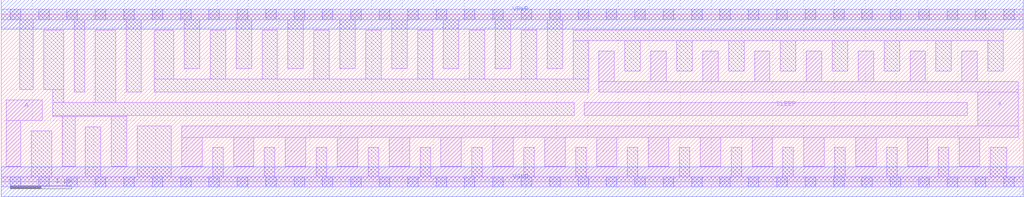
<source format=lef>
# Copyright 2020 The SkyWater PDK Authors
#
# Licensed under the Apache License, Version 2.0 (the "License");
# you may not use this file except in compliance with the License.
# You may obtain a copy of the License at
#
#     https://www.apache.org/licenses/LICENSE-2.0
#
# Unless required by applicable law or agreed to in writing, software
# distributed under the License is distributed on an "AS IS" BASIS,
# WITHOUT WARRANTIES OR CONDITIONS OF ANY KIND, either express or implied.
# See the License for the specific language governing permissions and
# limitations under the License.
#
# SPDX-License-Identifier: Apache-2.0

VERSION 5.7 ;
  NAMESCASESENSITIVE ON ;
  NOWIREEXTENSIONATPIN ON ;
  DIVIDERCHAR "/" ;
  BUSBITCHARS "[]" ;
UNITS
  DATABASE MICRONS 200 ;
END UNITS
MACRO sky130_fd_sc_hd__lpflow_isobufsrc_16
  CLASS CORE ;
  FOREIGN sky130_fd_sc_hd__lpflow_isobufsrc_16 ;
  ORIGIN  0.000000  0.000000 ;
  SIZE  16.56000 BY  2.720000 ;
  SYMMETRY X Y R90 ;
  SITE unithd ;
  PIN A
    ANTENNAGATEAREA  0.990000 ;
    DIRECTION INPUT ;
    USE SIGNAL ;
    PORT
      LAYER li1 ;
        RECT 0.085000 0.255000 0.315000 0.995000 ;
        RECT 0.085000 0.995000 0.665000 1.325000 ;
    END
  END A
  PIN SLEEP
    ANTENNAGATEAREA  3.960000 ;
    DIRECTION INPUT ;
    USE SIGNAL ;
    PORT
      LAYER li1 ;
        RECT 9.450000 1.075000 15.650000 1.285000 ;
    END
  END SLEEP
  PIN X
    ANTENNADIFFAREA  4.968000 ;
    DIRECTION OUTPUT ;
    USE SIGNAL ;
    PORT
      LAYER li1 ;
        RECT  2.925000 0.255000  3.255000 0.725000 ;
        RECT  2.925000 0.725000 16.475000 0.905000 ;
        RECT  3.765000 0.255000  4.095000 0.725000 ;
        RECT  4.605000 0.255000  4.935000 0.725000 ;
        RECT  5.445000 0.255000  5.775000 0.725000 ;
        RECT  6.285000 0.255000  6.615000 0.725000 ;
        RECT  7.125000 0.255000  7.455000 0.725000 ;
        RECT  7.965000 0.255000  8.295000 0.725000 ;
        RECT  8.805000 0.255000  9.135000 0.725000 ;
        RECT  9.645000 0.255000  9.975000 0.725000 ;
        RECT  9.685000 1.455000 16.475000 1.625000 ;
        RECT  9.685000 1.625000  9.935000 2.125000 ;
        RECT 10.485000 0.255000 10.815000 0.725000 ;
        RECT 10.525000 1.625000 10.775000 2.125000 ;
        RECT 11.325000 0.255000 11.655000 0.725000 ;
        RECT 11.365000 1.625000 11.615000 2.125000 ;
        RECT 12.165000 0.255000 12.495000 0.725000 ;
        RECT 12.205000 1.625000 12.455000 2.125000 ;
        RECT 13.005000 0.255000 13.335000 0.725000 ;
        RECT 13.045000 1.625000 13.295000 2.125000 ;
        RECT 13.845000 0.255000 14.175000 0.725000 ;
        RECT 13.885000 1.625000 14.135000 2.125000 ;
        RECT 14.685000 0.255000 15.015000 0.725000 ;
        RECT 14.725000 1.625000 14.975000 2.125000 ;
        RECT 15.525000 0.255000 15.855000 0.725000 ;
        RECT 15.565000 1.625000 15.815000 2.125000 ;
        RECT 15.820000 0.905000 16.475000 1.455000 ;
    END
  END X
  PIN VGND
    DIRECTION INOUT ;
    SHAPE ABUTMENT ;
    USE GROUND ;
    PORT
      LAYER met1 ;
        RECT 0.000000 -0.240000 16.560000 0.240000 ;
    END
  END VGND
  PIN VPWR
    DIRECTION INOUT ;
    SHAPE ABUTMENT ;
    USE POWER ;
    PORT
      LAYER met1 ;
        RECT 0.000000 2.480000 16.560000 2.960000 ;
    END
  END VPWR
  OBS
    LAYER li1 ;
      RECT  0.000000 -0.085000 16.560000 0.085000 ;
      RECT  0.000000  2.635000 16.560000 2.805000 ;
      RECT  0.300000  1.495000  0.515000 2.635000 ;
      RECT  0.485000  0.085000  0.815000 0.825000 ;
      RECT  0.685000  1.495000  1.015000 2.465000 ;
      RECT  0.835000  1.065000  2.035000 1.075000 ;
      RECT  0.835000  1.075000  9.280000 1.285000 ;
      RECT  0.835000  1.285000  1.015000 1.495000 ;
      RECT  0.985000  0.255000  1.195000 1.065000 ;
      RECT  1.185000  1.455000  1.355000 2.635000 ;
      RECT  1.365000  0.085000  1.615000 0.895000 ;
      RECT  1.525000  1.285000  1.855000 2.465000 ;
      RECT  1.785000  0.255000  2.035000 1.065000 ;
      RECT  2.025000  1.455000  2.270000 2.635000 ;
      RECT  2.205000  0.085000  2.755000 0.905000 ;
      RECT  2.475000  1.455000  9.515000 1.665000 ;
      RECT  2.475000  1.665000  2.795000 2.465000 ;
      RECT  2.965000  1.835000  3.215000 2.635000 ;
      RECT  3.385000  1.665000  3.635000 2.465000 ;
      RECT  3.425000  0.085000  3.595000 0.555000 ;
      RECT  3.805000  1.835000  4.055000 2.635000 ;
      RECT  4.225000  1.665000  4.475000 2.465000 ;
      RECT  4.265000  0.085000  4.435000 0.555000 ;
      RECT  4.645000  1.835000  4.895000 2.635000 ;
      RECT  5.065000  1.665000  5.315000 2.465000 ;
      RECT  5.105000  0.085000  5.275000 0.555000 ;
      RECT  5.485000  1.835000  5.735000 2.635000 ;
      RECT  5.905000  1.665000  6.155000 2.465000 ;
      RECT  5.945000  0.085000  6.115000 0.555000 ;
      RECT  6.325000  1.835000  6.575000 2.635000 ;
      RECT  6.745000  1.665000  6.995000 2.465000 ;
      RECT  6.785000  0.085000  6.955000 0.555000 ;
      RECT  7.165000  1.835000  7.415000 2.635000 ;
      RECT  7.585000  1.665000  7.835000 2.465000 ;
      RECT  7.625000  0.085000  7.795000 0.555000 ;
      RECT  8.005000  1.835000  8.255000 2.635000 ;
      RECT  8.425000  1.665000  8.675000 2.465000 ;
      RECT  8.465000  0.085000  8.635000 0.555000 ;
      RECT  8.845000  1.835000  9.095000 2.635000 ;
      RECT  9.265000  1.665000  9.515000 2.295000 ;
      RECT  9.265000  2.295000 16.235000 2.465000 ;
      RECT  9.305000  0.085000  9.475000 0.555000 ;
      RECT 10.105000  1.795000 10.355000 2.295000 ;
      RECT 10.145000  0.085000 10.315000 0.555000 ;
      RECT 10.945000  1.795000 11.195000 2.295000 ;
      RECT 10.985000  0.085000 11.155000 0.555000 ;
      RECT 11.785000  1.795000 12.035000 2.295000 ;
      RECT 11.825000  0.085000 11.995000 0.555000 ;
      RECT 12.625000  1.795000 12.875000 2.295000 ;
      RECT 12.665000  0.085000 12.835000 0.555000 ;
      RECT 13.465000  1.795000 13.715000 2.295000 ;
      RECT 13.505000  0.085000 13.675000 0.555000 ;
      RECT 14.305000  1.795000 14.555000 2.295000 ;
      RECT 14.345000  0.085000 14.515000 0.555000 ;
      RECT 15.145000  1.795000 15.395000 2.295000 ;
      RECT 15.185000  0.085000 15.355000 0.555000 ;
      RECT 15.985000  1.795000 16.235000 2.295000 ;
      RECT 16.025000  0.085000 16.295000 0.555000 ;
    LAYER mcon ;
      RECT  0.145000 -0.085000  0.315000 0.085000 ;
      RECT  0.145000  2.635000  0.315000 2.805000 ;
      RECT  0.605000 -0.085000  0.775000 0.085000 ;
      RECT  0.605000  2.635000  0.775000 2.805000 ;
      RECT  1.065000 -0.085000  1.235000 0.085000 ;
      RECT  1.065000  2.635000  1.235000 2.805000 ;
      RECT  1.525000 -0.085000  1.695000 0.085000 ;
      RECT  1.525000  2.635000  1.695000 2.805000 ;
      RECT  1.985000 -0.085000  2.155000 0.085000 ;
      RECT  1.985000  2.635000  2.155000 2.805000 ;
      RECT  2.445000 -0.085000  2.615000 0.085000 ;
      RECT  2.445000  2.635000  2.615000 2.805000 ;
      RECT  2.905000 -0.085000  3.075000 0.085000 ;
      RECT  2.905000  2.635000  3.075000 2.805000 ;
      RECT  3.365000 -0.085000  3.535000 0.085000 ;
      RECT  3.365000  2.635000  3.535000 2.805000 ;
      RECT  3.825000 -0.085000  3.995000 0.085000 ;
      RECT  3.825000  2.635000  3.995000 2.805000 ;
      RECT  4.285000 -0.085000  4.455000 0.085000 ;
      RECT  4.285000  2.635000  4.455000 2.805000 ;
      RECT  4.745000 -0.085000  4.915000 0.085000 ;
      RECT  4.745000  2.635000  4.915000 2.805000 ;
      RECT  5.205000 -0.085000  5.375000 0.085000 ;
      RECT  5.205000  2.635000  5.375000 2.805000 ;
      RECT  5.665000 -0.085000  5.835000 0.085000 ;
      RECT  5.665000  2.635000  5.835000 2.805000 ;
      RECT  6.125000 -0.085000  6.295000 0.085000 ;
      RECT  6.125000  2.635000  6.295000 2.805000 ;
      RECT  6.585000 -0.085000  6.755000 0.085000 ;
      RECT  6.585000  2.635000  6.755000 2.805000 ;
      RECT  7.045000 -0.085000  7.215000 0.085000 ;
      RECT  7.045000  2.635000  7.215000 2.805000 ;
      RECT  7.505000 -0.085000  7.675000 0.085000 ;
      RECT  7.505000  2.635000  7.675000 2.805000 ;
      RECT  7.965000 -0.085000  8.135000 0.085000 ;
      RECT  7.965000  2.635000  8.135000 2.805000 ;
      RECT  8.425000 -0.085000  8.595000 0.085000 ;
      RECT  8.425000  2.635000  8.595000 2.805000 ;
      RECT  8.885000 -0.085000  9.055000 0.085000 ;
      RECT  8.885000  2.635000  9.055000 2.805000 ;
      RECT  9.345000 -0.085000  9.515000 0.085000 ;
      RECT  9.345000  2.635000  9.515000 2.805000 ;
      RECT  9.805000 -0.085000  9.975000 0.085000 ;
      RECT  9.805000  2.635000  9.975000 2.805000 ;
      RECT 10.265000 -0.085000 10.435000 0.085000 ;
      RECT 10.265000  2.635000 10.435000 2.805000 ;
      RECT 10.725000 -0.085000 10.895000 0.085000 ;
      RECT 10.725000  2.635000 10.895000 2.805000 ;
      RECT 11.185000 -0.085000 11.355000 0.085000 ;
      RECT 11.185000  2.635000 11.355000 2.805000 ;
      RECT 11.645000 -0.085000 11.815000 0.085000 ;
      RECT 11.645000  2.635000 11.815000 2.805000 ;
      RECT 12.105000 -0.085000 12.275000 0.085000 ;
      RECT 12.105000  2.635000 12.275000 2.805000 ;
      RECT 12.565000 -0.085000 12.735000 0.085000 ;
      RECT 12.565000  2.635000 12.735000 2.805000 ;
      RECT 13.025000 -0.085000 13.195000 0.085000 ;
      RECT 13.025000  2.635000 13.195000 2.805000 ;
      RECT 13.485000 -0.085000 13.655000 0.085000 ;
      RECT 13.485000  2.635000 13.655000 2.805000 ;
      RECT 13.945000 -0.085000 14.115000 0.085000 ;
      RECT 13.945000  2.635000 14.115000 2.805000 ;
      RECT 14.405000 -0.085000 14.575000 0.085000 ;
      RECT 14.405000  2.635000 14.575000 2.805000 ;
      RECT 14.865000 -0.085000 15.035000 0.085000 ;
      RECT 14.865000  2.635000 15.035000 2.805000 ;
      RECT 15.325000 -0.085000 15.495000 0.085000 ;
      RECT 15.325000  2.635000 15.495000 2.805000 ;
      RECT 15.785000 -0.085000 15.955000 0.085000 ;
      RECT 15.785000  2.635000 15.955000 2.805000 ;
      RECT 16.245000 -0.085000 16.415000 0.085000 ;
      RECT 16.245000  2.635000 16.415000 2.805000 ;
  END
END sky130_fd_sc_hd__lpflow_isobufsrc_16
END LIBRARY

</source>
